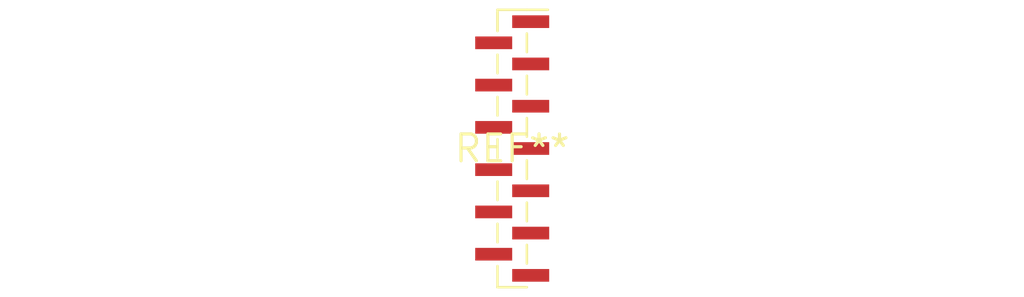
<source format=kicad_pcb>
(kicad_pcb (version 20240108) (generator pcbnew)
  (layers (0 "F.Cu" signal) (31 "B.Cu" signal) (34 "B.Paste" user) (35 "F.Paste" user) (36 "B.SilkS" user "B.Silkscreen") (37 "F.SilkS" user "F.Silkscreen") (38 "B.Mask" user) (39 "F.Mask" user) (44 "Edge.Cuts" user))
  (net 0 "")
  (footprint "PinHeader_1x13_P1.00mm_Vertical_SMD_Pin1Right" (layer "F.Cu") (at 0 0)
    (property "Reference" "REF**")
    (property "Value" "PinHeader_1x13_P1.00mm_Vertical_SMD_Pin1Right")
    (fp_line (start -0.695 -6.56) (end -0.695 -5.56) (layer "F.SilkS") (stroke (width 0.12)))
    (fp_line (start -0.695 -6.56) (end 0.695 -6.56) (layer "F.SilkS") (stroke (width 0.12)))
    (fp_line (start -0.695 -6.44) (end -0.695 -5.56) (layer "F.SilkS") (stroke (width 0.12)))
    (fp_line (start -0.695 -4.44) (end -0.695 -3.56) (layer "F.SilkS") (stroke (width 0.12)))
    (fp_line (start -0.695 -2.44) (end -0.695 -1.56) (layer "F.SilkS") (stroke (width 0.12)))
    (fp_line (start -0.695 -0.44) (end -0.695 0.44) (layer "F.SilkS") (stroke (width 0.12)))
    (fp_line (start -0.695 1.56) (end -0.695 2.44) (layer "F.SilkS") (stroke (width 0.12)))
    (fp_line (start -0.695 3.56) (end -0.695 4.44) (layer "F.SilkS") (stroke (width 0.12)))
    (fp_line (start -0.695 5.56) (end -0.695 6.56) (layer "F.SilkS") (stroke (width 0.12)))
    (fp_line (start -0.695 6.56) (end -0.695 6.56) (layer "F.SilkS") (stroke (width 0.12)))
    (fp_line (start -0.695 6.56) (end 0.695 6.56) (layer "F.SilkS") (stroke (width 0.12)))
    (fp_line (start 0.695 -6.56) (end 0.695 -6.56) (layer "F.SilkS") (stroke (width 0.12)))
    (fp_line (start 0.695 -6.56) (end 1.69 -6.56) (layer "F.SilkS") (stroke (width 0.12)))
    (fp_line (start 0.695 -5.44) (end 0.695 -4.56) (layer "F.SilkS") (stroke (width 0.12)))
    (fp_line (start 0.695 -3.44) (end 0.695 -2.56) (layer "F.SilkS") (stroke (width 0.12)))
    (fp_line (start 0.695 -1.44) (end 0.695 -0.56) (layer "F.SilkS") (stroke (width 0.12)))
    (fp_line (start 0.695 0.56) (end 0.695 1.44) (layer "F.SilkS") (stroke (width 0.12)))
    (fp_line (start 0.695 2.56) (end 0.695 3.44) (layer "F.SilkS") (stroke (width 0.12)))
    (fp_line (start 0.695 4.56) (end 0.695 5.44) (layer "F.SilkS") (stroke (width 0.12)))
    (pad "1" smd rect (at 0.875 -6) (size 1.75 0.6) (layers "F.Cu" "F.Paste" "F.Mask"))
    (pad "2" smd rect (at -0.875 -5) (size 1.75 0.6) (layers "F.Cu" "F.Paste" "F.Mask"))
    (pad "3" smd rect (at 0.875 -4) (size 1.75 0.6) (layers "F.Cu" "F.Paste" "F.Mask"))
    (pad "4" smd rect (at -0.875 -3) (size 1.75 0.6) (layers "F.Cu" "F.Paste" "F.Mask"))
    (pad "5" smd rect (at 0.875 -2) (size 1.75 0.6) (layers "F.Cu" "F.Paste" "F.Mask"))
    (pad "6" smd rect (at -0.875 -1) (size 1.75 0.6) (layers "F.Cu" "F.Paste" "F.Mask"))
    (pad "7" smd rect (at 0.875 0) (size 1.75 0.6) (layers "F.Cu" "F.Paste" "F.Mask"))
    (pad "8" smd rect (at -0.875 1) (size 1.75 0.6) (layers "F.Cu" "F.Paste" "F.Mask"))
    (pad "9" smd rect (at 0.875 2) (size 1.75 0.6) (layers "F.Cu" "F.Paste" "F.Mask"))
    (pad "10" smd rect (at -0.875 3) (size 1.75 0.6) (layers "F.Cu" "F.Paste" "F.Mask"))
    (pad "11" smd rect (at 0.875 4) (size 1.75 0.6) (layers "F.Cu" "F.Paste" "F.Mask"))
    (pad "12" smd rect (at -0.875 5) (size 1.75 0.6) (layers "F.Cu" "F.Paste" "F.Mask"))
    (pad "13" smd rect (at 0.875 6) (size 1.75 0.6) (layers "F.Cu" "F.Paste" "F.Mask"))
  )
)
</source>
